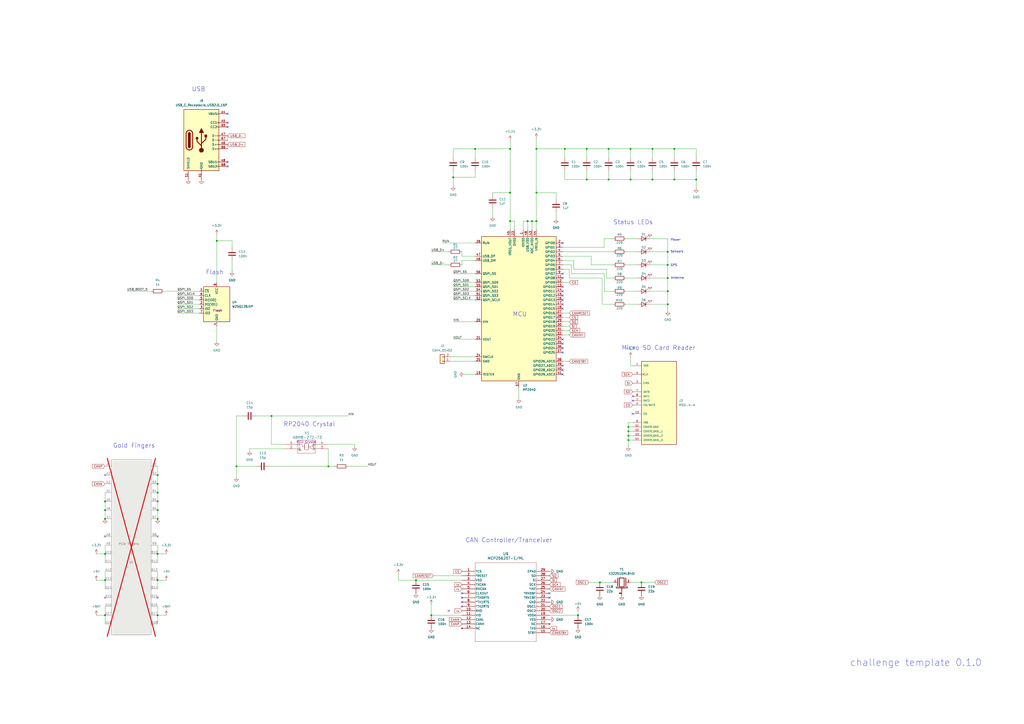
<source format=kicad_sch>
(kicad_sch (version 20250114) (generator "eeschema") (generator_version "9.0")
  (paper "A2")
  (lib_symbols
    (symbol "Connector:Bus_PCI_Express_x1" (pin_names (offset 0) (hide yes))
      (property "Reference" "J1" (at 4.826 -16.002 0))
      (property "info" "PCIe fingers" (at -1.524 -5.588 0))
      (symbol "Bus_PCI_Express_x1_1_1"
        (pin unspecified line (at -15.24 39.37 0) (length 3.81) (name "~{PRSNT1}") (number "A1"))
        (pin unspecified line (at -15.24 34.29 0) (length 3.81) (name "+12V") (number "A2"))
        (pin passive line (at -15.24 29.21 0) (length 3.81) (name "+12V") (number "A3"))
        (pin passive line (at -15.24 24.13 0) (length 3.81) (name "GND") (number "A4"))
        (pin input line (at -15.24 19.05 0) (length 3.81) (name "JTAG2") (number "A5"))
        (pin input line (at -15.24 13.97 0) (length 3.81) (name "JTAG3") (number "A6"))
        (pin output line (at -15.24 8.89 0) (length 3.81) (name "JTAG4") (number "A7"))
        (pin input line (at -15.24 -1.27 0) (length 3.81) (name "JTAG5") (number "A8"))
        (pin passive line (at -15.24 -6.35 0) (length 3.81) (name "+3.3V") (number "A9"))
        (pin passive line (at -15.24 -11.43 0) (length 3.81) (name "+3.3V") (number "A10"))
        (pin input line (at -15.24 -16.51 0) (length 3.81) (name "~{PERST}") (number "A11"))
        (pin passive line (at -15.24 -21.59 0) (length 3.81) (name "GND") (number "A12"))
        (pin input line (at -15.24 -26.67 0) (length 3.81) (name "REFCLK+") (number "A13"))
        (pin input line (at -15.24 -31.75 0) (length 3.81) (name "REFCLK-") (number "A14"))
        (pin passive line (at -15.24 -36.83 0) (length 3.81) (name "GND") (number "A15"))
        (pin output line (at -15.24 -41.91 0) (length 3.81) (name "PERp0") (number "A16"))
        (pin output line (at -15.24 -46.99 0) (length 3.81) (name "PERn0") (number "A17"))
        (pin passive line (at -15.24 -52.07 0) (length 3.81) (name "GND") (number "A18"))
        (pin power_in line (at 15.24 39.37 180) (length 3.81) (name "+12V") (number "B1"))
        (pin passive line (at 15.24 34.29 180) (length 3.81) (name "+12V") (number "B2"))
        (pin passive line (at 15.24 29.21 180) (length 3.81) (name "+12V") (number "B3"))
        (pin power_in line (at 15.24 24.13 180) (length 3.81) (name "GND") (number "B4"))
        (pin input line (at 15.24 19.05 180) (length 3.81) (name "SMCLK") (number "B5"))
        (pin bidirectional line (at 15.24 13.97 180) (length 3.81) (name "SMDAT") (number "B6"))
        (pin passive line (at 15.24 8.89 180) (length 3.81) (name "GND") (number "B7"))
        (pin power_in line (at 15.24 -1.27 180) (length 3.81) (name "+3.3V") (number "B8"))
        (pin input line (at 15.24 -6.35 180) (length 3.81) (name "JTAG1") (number "B9"))
        (pin power_in line (at 15.24 -11.43 180) (length 3.81) (name "3.3Vaux") (number "B10"))
        (pin open_collector line (at 15.24 -16.51 180) (length 3.81) (name "~{WAKE}") (number "B11"))
        (pin passive line (at 15.24 -21.59 180) (length 3.81) (name "RSVD") (number "B12"))
        (pin passive line (at 15.24 -26.67 180) (length 3.81) (name "GND") (number "B13"))
        (pin input line (at 15.24 -31.75 180) (length 3.81) (name "PETp0") (number "B14"))
        (pin input line (at 15.24 -36.83 180) (length 3.81) (name "PETn0") (number "B15"))
        (pin passive line (at 15.24 -41.91 180) (length 3.81) (name "GND") (number "B16"))
        (pin passive line (at 15.24 -46.99 180) (length 3.81) (name "~{PRSNT2}") (number "B17"))
        (pin passive line (at 15.24 -52.07 180) (length 3.81) (name "GND") (number "B18"))
      )
    )
    (symbol "Connector:USB_C_Receptacle_USB2.0_16P" (pin_names (offset 1.016))
      (property "Reference" "J" (at 0 22.225 0))
      (property "Value" "USB_C_Receptacle_USB2.0_16P" (at 0 19.685 0))
      (symbol "USB_C_Receptacle_USB2.0_16P_1_1"
        (pin passive line (at -7.62 -22.86 90) (length 5.08) (name "SHIELD") (number "S1"))
        (pin passive line (at 0 -22.86 90) (length 5.08) (name "GND") (number "A1"))
        (pin passive line (at 0 -22.86 90) (length 5.08) (hide yes) (name "GND") (number "A12"))
        (pin passive line (at 0 -22.86 90) (length 5.08) (hide yes) (name "GND") (number "B1"))
        (pin passive line (at 0 -22.86 90) (length 5.08) (hide yes) (name "GND") (number "B12"))
        (pin passive line (at 15.24 15.24 180) (length 5.08) (name "VBUS") (number "A4"))
        (pin passive line (at 15.24 15.24 180) (length 5.08) (hide yes) (name "VBUS") (number "A9"))
        (pin passive line (at 15.24 15.24 180) (length 5.08) (hide yes) (name "VBUS") (number "B4"))
        (pin passive line (at 15.24 15.24 180) (length 5.08) (hide yes) (name "VBUS") (number "B9"))
        (pin bidirectional line (at 15.24 10.16 180) (length 5.08) (name "CC1") (number "A5"))
        (pin bidirectional line (at 15.24 7.62 180) (length 5.08) (name "CC2") (number "B5"))
        (pin bidirectional line (at 15.24 2.54 180) (length 5.08) (name "D-") (number "A7"))
        (pin bidirectional line (at 15.24 0 180) (length 5.08) (name "D-") (number "B7"))
        (pin bidirectional line (at 15.24 -2.54 180) (length 5.08) (name "D+") (number "A6"))
        (pin bidirectional line (at 15.24 -5.08 180) (length 5.08) (name "D+") (number "B6"))
        (pin bidirectional line (at 15.24 -12.7 180) (length 5.08) (name "SBU1") (number "A8"))
        (pin bidirectional line (at 15.24 -15.24 180) (length 5.08) (name "SBU2") (number "B8"))
      )
    )
    (symbol "Connector_Generic:Conn_01x02" (pin_names (offset 1.016) (hide yes))
      (property "Reference" "J" (at 0 2.54 0))
      (property "Value" "Conn_01x02" (at 0 -5.08 0))
      (symbol "Conn_01x02_1_1"
        (pin passive line (at -5.08 0 0) (length 3.81) (name "Pin_1") (number "1"))
        (pin passive line (at -5.08 -2.54 0) (length 3.81) (name "Pin_2") (number "2"))
      )
    )
    (symbol "Device:C" (pin_numbers (hide yes)) (pin_names (offset 0.254))
      (property "Reference" "C" (at 0.635 2.54 0))
      (property "Value" "C" (at 0.635 -2.54 0))
      (symbol "C_1_1"
        (pin passive line (at 0 3.81 270) (length 2.794) (name "~") (number "1"))
        (pin passive line (at 0 -3.81 90) (length 2.794) (name "~") (number "2"))
      )
    )
    (symbol "Device:LED" (pin_numbers (hide yes)) (pin_names (offset 1.016) (hide yes))
      (property "Reference" "D" (at 0 2.54 0))
      (property "Value" "LED" (at 0 -2.54 0))
      (symbol "LED_1_1"
        (pin passive line (at -3.81 0 0) (length 2.54) (name "K") (number "1"))
        (pin passive line (at 3.81 0 180) (length 2.54) (name "A") (number "2"))
      )
    )
    (symbol "Device:R" (pin_numbers (hide yes)) (pin_names (offset 0))
      (property "Reference" "R" (at 2.032 0 90))
      (property "Value" "R" (at 0 0 90))
      (symbol "R_1_1"
        (pin passive line (at 0 3.81 270) (length 1.27) (name "~") (number "1"))
        (pin passive line (at 0 -3.81 90) (length 1.27) (name "~") (number "2"))
      )
    )
    (symbol "MCP25625:MCP25625T-E_ML" (pin_names (offset 0.254))
      (property "Reference" "U" (at 25.4 10.16 0))
      (property "Value" "MCP25625T-E/ML" (at 25.4 7.62 0))
      (symbol "MCP25625T-E_ML_0_1"
        (pin input line (at 0 0 0) (length 7.62) (name "*CS") (number "1"))
        (pin input line (at 0 -2.54 0) (length 7.62) (name "*RESET") (number "2"))
        (pin power_in line (at 0 -5.08 0) (length 7.62) (name "VDD") (number "3"))
        (pin output line (at 0 -7.62 0) (length 7.62) (name "TXCAN") (number "4"))
        (pin input line (at 0 -10.16 0) (length 7.62) (name "RXCAN") (number "5"))
        (pin output line (at 0 -12.7 0) (length 7.62) (name "CLKOUT") (number "6"))
        (pin input line (at 0 -15.24 0) (length 7.62) (name "*TX0RTS") (number "7"))
        (pin input line (at 0 -17.78 0) (length 7.62) (name "*TX1RTS") (number "8"))
        (pin input line (at 0 -20.32 0) (length 7.62) (name "*TX2RTS") (number "9"))
        (pin output line (at 0 -22.86 0) (length 7.62) (name "RXD") (number "10"))
        (pin power_in line (at 0 -25.4 0) (length 7.62) (name "VIO") (number "11"))
        (pin bidirectional line (at 0 -27.94 0) (length 7.62) (name "CANL") (number "12"))
        (pin bidirectional line (at 0 -30.48 0) (length 7.62) (name "CANH") (number "13"))
        (pin no_connect line (at 0 -33.02 0) (length 7.62) (name "NC") (number "14"))
        (pin unspecified line (at 50.8 0 180) (length 7.62) (name "EPAD") (number "29"))
        (pin output line (at 50.8 -2.54 180) (length 7.62) (name "SO") (number "28"))
        (pin input line (at 50.8 -5.08 180) (length 7.62) (name "SI") (number "27"))
        (pin input line (at 50.8 -7.62 180) (length 7.62) (name "SCK") (number "26"))
        (pin output line (at 50.8 -10.16 180) (length 7.62) (name "*INT") (number "25"))
        (pin output line (at 50.8 -12.7 180) (length 7.62) (name "*RX0BF") (number "24"))
        (pin output line (at 50.8 -15.24 180) (length 7.62) (name "*RX1BF") (number "23"))
        (pin power_in line (at 50.8 -17.78 180) (length 7.62) (name "GND") (number "22"))
        (pin input line (at 50.8 -20.32 180) (length 7.62) (name "OSC1") (number "21"))
        (pin output line (at 50.8 -22.86 180) (length 7.62) (name "OSC2") (number "20"))
        (pin power_in line (at 50.8 -25.4 180) (length 7.62) (name "VDDA") (number "19"))
        (pin power_in line (at 50.8 -27.94 180) (length 7.62) (name "VSS") (number "18"))
        (pin no_connect line (at 50.8 -30.48 180) (length 7.62) (name "NC") (number "17"))
        (pin input line (at 50.8 -33.02 180) (length 7.62) (name "TXD") (number "16"))
        (pin input line (at 50.8 -35.56 180) (length 7.62) (name "STBY") (number "15"))
      )
    )
    (symbol "MCU_RaspberryPi:RP2040"
      (property "Reference" "U" (at 17.78 45.72 0))
      (property "Value" "RP2040" (at 17.78 43.18 0))
      (symbol "RP2040_1_1"
        (pin input line (at -25.4 38.1 0) (length 3.81) (name "RUN") (number "26"))
        (pin bidirectional line (at -25.4 30.48 0) (length 3.81) (name "USB_DP") (number "47"))
        (pin bidirectional line (at -25.4 27.94 0) (length 3.81) (name "USB_DM") (number "46"))
        (pin bidirectional line (at -25.4 20.32 0) (length 3.81) (name "QSPI_SS") (number "56"))
        (pin bidirectional line (at -25.4 15.24 0) (length 3.81) (name "QSPI_SD0") (number "53"))
        (pin bidirectional line (at -25.4 12.7 0) (length 3.81) (name "QSPI_SD1") (number "55"))
        (pin bidirectional line (at -25.4 10.16 0) (length 3.81) (name "QSPI_SD2") (number "54"))
        (pin bidirectional line (at -25.4 7.62 0) (length 3.81) (name "QSPI_SD3") (number "51"))
        (pin output line (at -25.4 5.08 0) (length 3.81) (name "QSPI_SCLK") (number "52"))
        (pin input line (at -25.4 -7.62 0) (length 3.81) (name "XIN") (number "20"))
        (pin passive line (at -25.4 -17.78 0) (length 3.81) (name "XOUT") (number "21"))
        (pin input line (at -25.4 -27.94 0) (length 3.81) (name "SWCLK") (number "24"))
        (pin bidirectional line (at -25.4 -30.48 0) (length 3.81) (name "SWD") (number "25"))
        (pin input line (at -25.4 -38.1 0) (length 3.81) (name "TESTEN") (number "19"))
        (pin power_out line (at -5.08 45.72 270) (length 3.81) (name "VREG_VOUT") (number "45"))
        (pin power_in line (at -2.54 45.72 270) (length 3.81) (name "DVDD") (number "23"))
        (pin passive line (at -2.54 45.72 270) (length 3.81) (hide yes) (name "DVDD") (number "50"))
        (pin power_in line (at 0 -45.72 90) (length 3.81) (name "GND") (number "57"))
        (pin power_in line (at 2.54 45.72 270) (length 3.81) (name "IOVDD") (number "1"))
        (pin passive line (at 2.54 45.72 270) (length 3.81) (hide yes) (name "IOVDD") (number "10"))
        (pin passive line (at 2.54 45.72 270) (length 3.81) (hide yes) (name "IOVDD") (number "22"))
        (pin passive line (at 2.54 45.72 270) (length 3.81) (hide yes) (name "IOVDD") (number "33"))
        (pin passive line (at 2.54 45.72 270) (length 3.81) (hide yes) (name "IOVDD") (number "42"))
        (pin passive line (at 2.54 45.72 270) (length 3.81) (hide yes) (name "IOVDD") (number "49"))
        (pin power_in line (at 5.08 45.72 270) (length 3.81) (name "USB_VDD") (number "48"))
        (pin power_in line (at 7.62 45.72 270) (length 3.81) (name "ADC_AVDD") (number "43"))
        (pin power_in line (at 10.16 45.72 270) (length 3.81) (name "VREG_IN") (number "44"))
        (pin bidirectional line (at 25.4 38.1 180) (length 3.81) (name "GPIO0") (number "2"))
        (pin bidirectional line (at 25.4 35.56 180) (length 3.81) (name "GPIO1") (number "3"))
        (pin bidirectional line (at 25.4 33.02 180) (length 3.81) (name "GPIO2") (number "4"))
        (pin bidirectional line (at 25.4 30.48 180) (length 3.81) (name "GPIO3") (number "5"))
        (pin bidirectional line (at 25.4 27.94 180) (length 3.81) (name "GPIO4") (number "6"))
        (pin bidirectional line (at 25.4 25.4 180) (length 3.81) (name "GPIO5") (number "7"))
        (pin bidirectional line (at 25.4 22.86 180) (length 3.81) (name "GPIO6") (number "8"))
        (pin bidirectional line (at 25.4 20.32 180) (length 3.81) (name "GPIO7") (number "9"))
        (pin bidirectional line (at 25.4 17.78 180) (length 3.81) (name "GPIO8") (number "11"))
        (pin bidirectional line (at 25.4 15.24 180) (length 3.81) (name "GPIO9") (number "12"))
        (pin bidirectional line (at 25.4 12.7 180) (length 3.81) (name "GPIO10") (number "13"))
        (pin bidirectional line (at 25.4 10.16 180) (length 3.81) (name "GPIO11") (number "14"))
        (pin bidirectional line (at 25.4 7.62 180) (length 3.81) (name "GPIO12") (number "15"))
        (pin bidirectional line (at 25.4 5.08 180) (length 3.81) (name "GPIO13") (number "16"))
        (pin bidirectional line (at 25.4 2.54 180) (length 3.81) (name "GPIO14") (number "17"))
        (pin bidirectional line (at 25.4 0 180) (length 3.81) (name "GPIO15") (number "18"))
        (pin bidirectional line (at 25.4 -2.54 180) (length 3.81) (name "GPIO16") (number "27"))
        (pin bidirectional line (at 25.4 -5.08 180) (length 3.81) (name "GPIO17") (number "28"))
        (pin bidirectional line (at 25.4 -7.62 180) (length 3.81) (name "GPIO18") (number "29"))
        (pin bidirectional line (at 25.4 -10.16 180) (length 3.81) (name "GPIO19") (number "30"))
        (pin bidirectional line (at 25.4 -12.7 180) (length 3.81) (name "GPIO20") (number "31"))
        (pin bidirectional line (at 25.4 -15.24 180) (length 3.81) (name "GPIO21") (number "32"))
        (pin bidirectional line (at 25.4 -17.78 180) (length 3.81) (name "GPIO22") (number "34"))
        (pin bidirectional line (at 25.4 -20.32 180) (length 3.81) (name "GPIO23") (number "35"))
        (pin bidirectional line (at 25.4 -22.86 180) (length 3.81) (name "GPIO24") (number "36"))
        (pin bidirectional line (at 25.4 -25.4 180) (length 3.81) (name "GPIO25") (number "37"))
        (pin bidirectional line (at 25.4 -30.48 180) (length 3.81) (name "GPIO26_ADC0") (number "38"))
        (pin bidirectional line (at 25.4 -33.02 180) (length 3.81) (name "GPIO27_ADC1") (number "39"))
        (pin bidirectional line (at 25.4 -35.56 180) (length 3.81) (name "GPIO28_ADC2") (number "40"))
        (pin bidirectional line (at 25.4 -38.1 180) (length 3.81) (name "GPIO29_ADC3") (number "41"))
      )
    )
    (symbol "MSD-4-A:MSD-4-A" (pin_names (offset 1.016))
      (property "Reference" "J" (at -10.16 21.082 0))
      (property "Value" "MSD-4-A" (at -10.16 -30.48 0))
      (symbol "MSD-4-A_0_0"
        (pin power_in line (at -15.24 17.78 0) (length 5.08) (name "VDD") (number "4"))
        (pin input clock (at -15.24 12.7 0) (length 5.08) (name "CLK") (number "5"))
        (pin bidirectional line (at -15.24 7.62 0) (length 5.08) (name "CMD") (number "3"))
        (pin bidirectional line (at -15.24 2.54 0) (length 5.08) (name "DAT0") (number "7"))
        (pin bidirectional line (at -15.24 0 0) (length 5.08) (name "DAT1") (number "8"))
        (pin bidirectional line (at -15.24 -2.54 0) (length 5.08) (name "DAT2") (number "1"))
        (pin bidirectional line (at -15.24 -5.08 0) (length 5.08) (name "CD/DAT3") (number "2"))
        (pin passive line (at -15.24 -10.16 0) (length 5.08) (name "CD") (number "CD"))
        (pin power_in line (at -15.24 -15.24 0) (length 5.08) (name "VSS") (number "6"))
        (pin power_in line (at -15.24 -17.78 0) (length 5.08) (name "COVER_GND") (number "G1"))
        (pin power_in line (at -15.24 -20.32 0) (length 5.08) (name "COVER_GND__1") (number "G2"))
        (pin power_in line (at -15.24 -22.86 0) (length 5.08) (name "COVER_GND__2") (number "G3"))
        (pin power_in line (at -15.24 -25.4 0) (length 5.08) (name "COVER_GND__3") (number "G4"))
      )
    )
    (symbol "Memory_Flash:W25Q128JVP"
      (property "Reference" "U" (at -6.35 11.43 0))
      (property "Value" "W25Q128JVP" (at 7.62 11.43 0))
      (symbol "W25Q128JVP_1_1"
        (pin input line (at -10.16 7.62 0) (length 2.54) (name "~{CS}") (number "1"))
        (pin input line (at -10.16 5.08 0) (length 2.54) (name "CLK") (number "6"))
        (pin bidirectional line (at -10.16 2.54 0) (length 2.54) (name "DI(IO0)") (number "5"))
        (pin bidirectional line (at -10.16 0 0) (length 2.54) (name "DO(IO1)") (number "2"))
        (pin bidirectional line (at -10.16 -2.54 0) (length 2.54) (name "IO2") (number "3"))
        (pin bidirectional line (at -10.16 -5.08 0) (length 2.54) (name "IO3") (number "7"))
        (pin power_in line (at 0 12.7 270) (length 2.54) (name "VCC") (number "8"))
        (pin power_in line (at 0 -12.7 90) (length 2.54) (name "GND") (number "4"))
      )
    )
    (symbol "X322516MLB4SI:X322516MLB4SI" (pin_names (offset 1.016))
      (property "Reference" "Y" (at -5.08 6.35 0))
      (property "Value" "X322516MLB4SI" (at -5.08 3.81 0))
      (symbol "X322516MLB4SI_0_0"
        (pin passive line (at -5.08 0 0) (length 2.54) (name "~") (number "1"))
        (pin power_in line (at 0 -7.62 90) (length 2.54) (name "~") (number "2"))
        (pin power_in line (at 0 -7.62 90) (length 2.54) (name "~") (number "4"))
        (pin passive line (at 5.08 0 180) (length 2.54) (name "~") (number "3"))
      )
    )
    (symbol "crystal:ABM8-272-T3" (pin_names (offset 0.254))
      (property "Reference" "X" (at 12.7 7.62 0))
      (property "Value" "ABM8-272-T3" (at 12.7 5.08 0))
      (symbol "ABM8-272-T3_0_1"
        (pin unspecified line (at 0 0 0) (length 7.62) (name "1") (number "1"))
        (pin unspecified line (at 0 -2.54 0) (length 7.62) (name "2") (number "2"))
        (pin unspecified line (at 25.4 0 180) (length 7.62) (name "4") (number "4"))
        (pin unspecified line (at 25.4 -2.54 180) (length 7.62) (name "3") (number "3"))
      )
    )
    (symbol "power:+3.3V" (power) (pin_numbers (hide yes)) (pin_names (offset 0) (hide yes))
      (property "Value" "+3.3V" (at 0 3.556 0))
      (symbol "+3.3V_1_1"
        (pin power_in line (at 0 0 90) (length 0) (name "~") (number "1"))
      )
    )
    (symbol "power:GND" (power) (pin_numbers (hide yes)) (pin_names (offset 0) (hide yes))
      (property "Value" "GND" (at 0 -3.81 0))
      (symbol "GND_1_1"
        (pin power_in line (at 0 0 270) (length 0) (name "~") (number "1"))
      )
    )
    (symbol "power:VAA" (power) (pin_numbers (hide yes)) (pin_names (offset 0) (hide yes))
      (property "Value" "VAA" (at 0 3.556 0))
      (symbol "VAA_1_1"
        (pin power_in line (at 0 0 90) (length 0) (name "~") (number "1"))
      )
    )
    (symbol "power:VCC" (power) (pin_numbers (hide yes)) (pin_names (offset 0) (hide yes))
      (property "Value" "VCC" (at 0 3.556 0))
      (symbol "VCC_1_1"
        (pin power_in line (at 0 0 90) (length 0) (name "~") (number "1"))
      )
    )
  )
  (text "Antenna" (at 392.938 161.29 0) (effects (font (size 1.27 1.27))))
  (text "RP2040 Crystal" (at 164.465 247.65 0) (effects (font (size 2.54 2.54)) (justify left bottom)))
  (text "USB" (at 111.252 53.34 0) (effects (font (size 2.54 2.54)) (justify left bottom)))
  (text "Micro SD Card Reader" (at 382.016 201.93 0) (effects (font (size 2.54 2.54))))
  (text "MCU\n" (at 297.434 183.896 0) (effects (font (size 2.54 2.54)) (justify left bottom)))
  (text "Sensors" (at 392.684 146.05 0) (effects (font (size 1.27 1.27))))
  (text "Status LEDs" (at 367.284 129.032 0) (effects (font (size 2.54 2.54))))
  (text "challenge template 0.1.0" (at 493.014 386.842 0) (effects (font (size 4 4)) (justify left bottom)))
  (text "Gold Fingers" (at 65.532 260.096 0) (effects (font (size 2.54 2.54)) (justify left bottom)))
  (text "GPS" (at 390.906 153.924 0) (effects (font (size 1.27 1.27))))
  (text "Power" (at 391.922 139.192 0) (effects (font (size 1.27 1.27))))
  (text "CAN Controller/Tranceiver" (at 270.002 314.96 0) (effects (font (size 2.54 2.54)) (justify left bottom)))
  (text "Flash" (at 119.38 159.512 0) (effects (font (size 2.54 2.54)) (justify left bottom)))
  (junction (at 378.46 104.14))
  (junction (at 91.44 356.87))
  (junction (at 372.11 337.82))
  (junction (at 364.49 255.27))
  (junction (at 353.06 86.36))
  (junction (at 340.36 86.36))
  (junction (at 91.44 295.91))
  (junction (at 125.73 139.7))
  (junction (at 137.16 270.51))
  (junction (at 91.44 285.75))
  (junction (at 60.96 321.31))
  (junction (at 403.86 104.14))
  (junction (at 308.61 128.27))
  (junction (at 91.44 280.67))
  (junction (at 387.35 168.91))
  (junction (at 60.96 295.91))
  (junction (at 391.16 86.36))
  (junction (at 91.44 300.99))
  (junction (at 241.3 336.55))
  (junction (at 387.35 176.53))
  (junction (at 365.76 104.14))
  (junction (at 91.44 290.83))
  (junction (at 378.46 86.36))
  (junction (at 311.15 128.27))
  (junction (at 60.96 300.99))
  (junction (at 295.91 86.36))
  (junction (at 387.35 161.29))
  (junction (at 91.44 275.59))
  (junction (at 364.49 252.73))
  (junction (at 353.06 104.14))
  (junction (at 60.96 356.87))
  (junction (at 365.76 86.36))
  (junction (at 91.44 336.55))
  (junction (at 311.15 86.36))
  (junction (at 387.35 146.05))
  (junction (at 387.35 153.67))
  (junction (at 335.28 356.87))
  (junction (at 262.89 102.87))
  (junction (at 306.07 128.27))
  (junction (at 364.49 250.19))
  (junction (at 295.91 128.27))
  (junction (at 60.96 290.83))
  (junction (at 157.48 241.3))
  (junction (at 295.91 111.76))
  (junction (at 311.15 111.76))
  (junction (at 91.44 321.31))
  (junction (at 250.19 356.87))
  (junction (at 340.36 104.14))
  (junction (at 327.66 86.36))
  (junction (at 347.98 337.82))
  (junction (at 391.16 104.14))
  (junction (at 364.49 247.65))
  (junction (at 190.5 270.51))
  (junction (at 60.96 336.55))
  (junction (at 275.59 86.36))
  (no_connect (at 267.97 349.25))
  (no_connect (at 91.44 346.71))
  (no_connect (at 132.08 96.52))
  (no_connect (at 132.08 71.12))
  (no_connect (at 132.08 93.98))
  (no_connect (at 367.03 240.03))
  (no_connect (at 91.44 311.15))
  (no_connect (at 326.39 196.85))
  (no_connect (at 367.03 229.87))
  (no_connect (at 60.96 346.71))
  (no_connect (at 326.39 173.99))
  (no_connect (at 326.39 212.09))
  (no_connect (at 326.39 140.97))
  (no_connect (at 326.39 168.91))
  (no_connect (at 260.35 354.33))
  (no_connect (at 326.39 171.45))
  (no_connect (at 326.39 201.93))
  (no_connect (at 318.77 344.17))
  (no_connect (at 326.39 176.53))
  (no_connect (at 267.97 344.17))
  (no_connect (at 326.39 161.29))
  (no_connect (at 326.39 217.17))
  (no_connect (at 326.39 204.47))
  (no_connect (at 367.03 232.41))
  (no_connect (at 326.39 179.07))
  (no_connect (at 326.39 214.63))
  (no_connect (at 326.39 158.75))
  (no_connect (at 326.39 199.39))
  (no_connect (at 132.08 73.66))
  (no_connect (at 60.96 275.59))
  (no_connect (at 326.39 166.37))
  (no_connect (at 132.08 66.04))
  (no_connect (at 60.96 311.15))
  (no_connect (at 267.97 351.79))
  (no_connect (at 267.97 346.71))
  (no_connect (at 318.77 346.71))
  (wire (pts (xy 102.87 171.45) (xy 115.57 171.45)))
  (wire (pts (xy 364.49 245.11) (xy 364.49 247.65)))
  (wire (pts (xy 262.89 171.45) (xy 275.59 171.45)))
  (wire (pts (xy 102.87 176.53) (xy 115.57 176.53)))
  (wire (pts (xy 311.15 86.36) (xy 311.15 111.76)))
  (wire (pts (xy 326.39 189.23) (xy 330.2 189.23)))
  (wire (pts (xy 201.93 241.3) (xy 157.48 241.3)))
  (wire (pts (xy 322.58 111.76) (xy 311.15 111.76)))
  (wire (pts (xy 91.44 290.83) (xy 91.44 295.91)))
  (wire (pts (xy 125.73 139.7) (xy 134.62 139.7)))
  (wire (pts (xy 403.86 99.06) (xy 403.86 104.14)))
  (wire (pts (xy 60.96 285.75) (xy 60.96 290.83)))
  (wire (pts (xy 137.16 241.3) (xy 137.16 270.51)))
  (wire (pts (xy 311.15 86.36) (xy 327.66 86.36)))
  (wire (pts (xy 91.44 321.31) (xy 91.44 326.39)))
  (wire (pts (xy 295.91 86.36) (xy 295.91 111.76)))
  (wire (pts (xy 256.54 140.97) (xy 275.59 140.97)))
  (wire (pts (xy 364.49 250.19) (xy 367.03 250.19)))
  (wire (pts (xy 250.19 153.67) (xy 260.35 153.67)))
  (wire (pts (xy 250.19 146.05) (xy 260.35 146.05)))
  (wire (pts (xy 91.44 295.91) (xy 91.44 300.99)))
  (wire (pts (xy 365.76 86.36) (xy 378.46 86.36)))
  (wire (pts (xy 387.35 138.43) (xy 387.35 146.05)))
  (wire (pts (xy 262.89 91.44) (xy 262.89 86.36)))
  (wire (pts (xy 125.73 135.89) (xy 125.73 139.7)))
  (wire (pts (xy 363.22 176.53) (xy 369.57 176.53)))
  (wire (pts (xy 148.59 241.3) (xy 157.48 241.3)))
  (wire (pts (xy 262.89 166.37) (xy 275.59 166.37)))
  (wire (pts (xy 387.35 168.91) (xy 387.35 176.53)))
  (wire (pts (xy 342.9 148.59) (xy 326.39 148.59)))
  (wire (pts (xy 55.88 356.87) (xy 60.96 356.87)))
  (wire (pts (xy 140.97 241.3) (xy 137.16 241.3)))
  (wire (pts (xy 350.52 158.75) (xy 350.52 168.91)))
  (wire (pts (xy 295.91 128.27) (xy 298.45 128.27)))
  (wire (pts (xy 364.49 250.19) (xy 364.49 252.73)))
  (wire (pts (xy 326.39 156.21) (xy 330.2 156.21)))
  (wire (pts (xy 275.59 102.87) (xy 262.89 102.87)))
  (wire (pts (xy 387.35 176.53) (xy 387.35 180.34)))
  (wire (pts (xy 262.89 158.75) (xy 275.59 158.75)))
  (wire (pts (xy 201.93 270.51) (xy 213.36 270.51)))
  (wire (pts (xy 134.62 151.13) (xy 134.62 157.48)))
  (wire (pts (xy 311.15 80.01) (xy 311.15 86.36)))
  (wire (pts (xy 364.49 255.27) (xy 367.03 255.27)))
  (wire (pts (xy 125.73 189.23) (xy 125.73 198.12)))
  (wire (pts (xy 326.39 146.05) (xy 355.6 146.05)))
  (wire (pts (xy 262.89 102.87) (xy 262.89 107.95)))
  (wire (pts (xy 190.5 257.81) (xy 205.74 257.81)))
  (wire (pts (xy 363.22 153.67) (xy 369.57 153.67)))
  (wire (pts (xy 275.59 86.36) (xy 295.91 86.36)))
  (wire (pts (xy 144.78 260.35) (xy 165.1 260.35)))
  (wire (pts (xy 60.96 356.87) (xy 60.96 351.79)))
  (wire (pts (xy 363.22 168.91) (xy 369.57 168.91)))
  (wire (pts (xy 351.79 161.29) (xy 355.6 161.29)))
  (wire (pts (xy 363.22 161.29) (xy 369.57 161.29)))
  (wire (pts (xy 327.66 86.36) (xy 327.66 91.44)))
  (wire (pts (xy 350.52 138.43) (xy 355.6 138.43)))
  (wire (pts (xy 378.46 86.36) (xy 378.46 91.44)))
  (wire (pts (xy 267.97 148.59) (xy 275.59 148.59)))
  (wire (pts (xy 331.47 158.75) (xy 331.47 153.67)))
  (wire (pts (xy 132.08 81.28) (xy 132.08 78.74)))
  (wire (pts (xy 91.44 336.55) (xy 91.44 331.47)))
  (wire (pts (xy 60.96 321.31) (xy 60.96 316.23)))
  (wire (pts (xy 327.66 104.14) (xy 340.36 104.14)))
  (wire (pts (xy 134.62 139.7) (xy 134.62 143.51)))
  (wire (pts (xy 363.22 146.05) (xy 369.57 146.05)))
  (wire (pts (xy 387.35 176.53) (xy 377.19 176.53)))
  (wire (pts (xy 335.28 354.33) (xy 335.28 356.87)))
  (wire (pts (xy 306.07 128.27) (xy 308.61 128.27)))
  (wire (pts (xy 391.16 104.14) (xy 391.16 99.06)))
  (wire (pts (xy 330.2 161.29) (xy 330.2 156.21)))
  (wire (pts (xy 311.15 111.76) (xy 311.15 128.27)))
  (wire (pts (xy 364.49 252.73) (xy 364.49 255.27)))
  (wire (pts (xy 73.66 168.91) (xy 87.63 168.91)))
  (wire (pts (xy 285.75 120.65) (xy 285.75 125.73)))
  (wire (pts (xy 102.87 179.07) (xy 115.57 179.07)))
  (wire (pts (xy 377.19 138.43) (xy 387.35 138.43)))
  (wire (pts (xy 231.14 332.74) (xy 231.14 336.55)))
  (wire (pts (xy 137.16 270.51) (xy 137.16 276.86)))
  (wire (pts (xy 350.52 158.75) (xy 331.47 158.75)))
  (wire (pts (xy 96.52 356.87) (xy 91.44 356.87)))
  (wire (pts (xy 351.79 156.21) (xy 332.74 156.21)))
  (wire (pts (xy 295.91 111.76) (xy 295.91 128.27)))
  (wire (pts (xy 322.58 115.57) (xy 322.58 111.76)))
  (wire (pts (xy 91.44 280.67) (xy 91.44 285.75)))
  (wire (pts (xy 364.49 255.27) (xy 364.49 259.08)))
  (wire (pts (xy 91.44 321.31) (xy 91.44 316.23)))
  (wire (pts (xy 326.39 186.69) (xy 330.2 186.69)))
  (wire (pts (xy 322.58 123.19) (xy 322.58 127)))
  (wire (pts (xy 157.48 241.3) (xy 157.48 257.81)))
  (wire (pts (xy 326.39 163.83) (xy 330.2 163.83)))
  (wire (pts (xy 387.35 161.29) (xy 387.35 168.91)))
  (wire (pts (xy 60.96 356.87) (xy 60.96 361.95)))
  (wire (pts (xy 60.96 295.91) (xy 60.96 300.99)))
  (wire (pts (xy 91.44 356.87) (xy 91.44 351.79)))
  (wire (pts (xy 267.97 151.13) (xy 275.59 151.13)))
  (wire (pts (xy 60.96 321.31) (xy 60.96 326.39)))
  (wire (pts (xy 403.86 104.14) (xy 403.86 109.22)))
  (wire (pts (xy 262.89 99.06) (xy 262.89 102.87)))
  (wire (pts (xy 311.15 128.27) (xy 311.15 133.35)))
  (wire (pts (xy 364.49 247.65) (xy 367.03 247.65)))
  (wire (pts (xy 55.88 336.55) (xy 60.96 336.55)))
  (wire (pts (xy 157.48 257.81) (xy 165.1 257.81)))
  (wire (pts (xy 125.73 139.7) (xy 125.73 163.83)))
  (wire (pts (xy 387.35 153.67) (xy 387.35 161.29)))
  (wire (pts (xy 190.5 270.51) (xy 194.31 270.51)))
  (wire (pts (xy 353.06 104.14) (xy 353.06 99.06)))
  (wire (pts (xy 326.39 209.55) (xy 330.2 209.55)))
  (wire (pts (xy 295.91 81.28) (xy 295.91 86.36)))
  (wire (pts (xy 340.36 86.36) (xy 340.36 91.44)))
  (wire (pts (xy 95.25 168.91) (xy 115.57 168.91)))
  (wire (pts (xy 91.44 285.75) (xy 91.44 290.83)))
  (wire (pts (xy 55.88 321.31) (xy 60.96 321.31)))
  (wire (pts (xy 391.16 104.14) (xy 403.86 104.14)))
  (wire (pts (xy 300.99 224.79) (xy 300.99 231.14)))
  (wire (pts (xy 308.61 128.27) (xy 311.15 128.27)))
  (wire (pts (xy 364.49 247.65) (xy 364.49 250.19)))
  (wire (pts (xy 285.75 111.76) (xy 295.91 111.76)))
  (wire (pts (xy 275.59 217.17) (xy 269.24 217.17)))
  (wire (pts (xy 96.52 321.31) (xy 91.44 321.31)))
  (wire (pts (xy 327.66 86.36) (xy 340.36 86.36)))
  (wire (pts (xy 250.19 350.52) (xy 250.19 356.87)))
  (wire (pts (xy 377.19 146.05) (xy 387.35 146.05)))
  (wire (pts (xy 298.45 133.35) (xy 298.45 128.27)))
  (wire (pts (xy 326.39 191.77) (xy 330.2 191.77)))
  (wire (pts (xy 261.62 209.55) (xy 275.59 209.55)))
  (wire (pts (xy 251.46 334.01) (xy 267.97 334.01)))
  (wire (pts (xy 377.19 161.29) (xy 387.35 161.29)))
  (wire (pts (xy 137.16 270.51) (xy 148.59 270.51)))
  (wire (pts (xy 318.77 356.87) (xy 335.28 356.87)))
  (wire (pts (xy 250.19 356.87) (xy 267.97 356.87)))
  (wire (pts (xy 355.6 153.67) (xy 342.9 153.67)))
  (wire (pts (xy 326.39 143.51) (xy 350.52 143.51)))
  (wire (pts (xy 60.96 336.55) (xy 60.96 341.63)))
  (wire (pts (xy 378.46 86.36) (xy 391.16 86.36)))
  (wire (pts (xy 365.76 337.82) (xy 372.11 337.82)))
  (wire (pts (xy 241.3 336.55) (xy 231.14 336.55)))
  (wire (pts (xy 91.44 356.87) (xy 91.44 361.95)))
  (wire (pts (xy 267.97 146.05) (xy 267.97 148.59)))
  (wire (pts (xy 350.52 143.51) (xy 350.52 138.43)))
  (wire (pts (xy 205.74 257.81) (xy 205.74 259.08)))
  (wire (pts (xy 364.49 252.73) (xy 367.03 252.73)))
  (wire (pts (xy 327.66 99.06) (xy 327.66 104.14)))
  (wire (pts (xy 132.08 83.82) (xy 132.08 86.36)))
  (wire (pts (xy 349.25 161.29) (xy 349.25 176.53)))
  (wire (pts (xy 340.36 104.14) (xy 340.36 99.06)))
  (wire (pts (xy 387.35 146.05) (xy 387.35 153.67)))
  (wire (pts (xy 365.76 212.09) (xy 365.76 207.01)))
  (wire (pts (xy 262.89 173.99) (xy 275.59 173.99)))
  (wire (pts (xy 295.91 128.27) (xy 295.91 133.35)))
  (wire (pts (xy 156.21 270.51) (xy 190.5 270.51)))
  (wire (pts (xy 306.07 128.27) (xy 303.53 128.27)))
  (wire (pts (xy 60.96 290.83) (xy 60.96 295.91)))
  (wire (pts (xy 144.78 261.62) (xy 144.78 260.35)))
  (wire (pts (xy 267.97 336.55) (xy 241.3 336.55)))
  (wire (pts (xy 378.46 104.14) (xy 391.16 104.14)))
  (wire (pts (xy 275.59 99.06) (xy 275.59 102.87)))
  (wire (pts (xy 96.52 336.55) (xy 91.44 336.55)))
  (wire (pts (xy 262.89 186.69) (xy 275.59 186.69)))
  (wire (pts (xy 275.59 86.36) (xy 275.59 91.44)))
  (wire (pts (xy 369.57 138.43) (xy 363.22 138.43)))
  (wire (pts (xy 332.74 156.21) (xy 332.74 151.13)))
  (wire (pts (xy 102.87 173.99) (xy 115.57 173.99)))
  (wire (pts (xy 332.74 151.13) (xy 326.39 151.13)))
  (wire (pts (xy 285.75 113.03) (xy 285.75 111.76)))
  (wire (pts (xy 365.76 104.14) (xy 378.46 104.14)))
  (wire (pts (xy 403.86 86.36) (xy 403.86 91.44)))
  (wire (pts (xy 349.25 161.29) (xy 330.2 161.29)))
  (wire (pts (xy 262.89 86.36) (xy 275.59 86.36)))
  (wire (pts (xy 261.62 207.01) (xy 275.59 207.01)))
  (wire (pts (xy 262.89 196.85) (xy 275.59 196.85)))
  (wire (pts (xy 91.44 270.51) (xy 91.44 275.59)))
  (wire (pts (xy 372.11 337.82) (xy 379.73 337.82)))
  (wire (pts (xy 102.87 181.61) (xy 115.57 181.61)))
  (wire (pts (xy 353.06 86.36) (xy 365.76 86.36)))
  (wire (pts (xy 377.19 153.67) (xy 387.35 153.67)))
  (wire (pts (xy 349.25 176.53) (xy 355.6 176.53)))
  (wire (pts (xy 378.46 104.14) (xy 378.46 99.06)))
  (wire (pts (xy 365.76 104.14) (xy 365.76 99.06)))
  (wire (pts (xy 351.79 156.21) (xy 351.79 161.29)))
  (wire (pts (xy 391.16 86.36) (xy 391.16 91.44)))
  (wire (pts (xy 267.97 153.67) (xy 267.97 151.13)))
  (wire (pts (xy 303.53 128.27) (xy 303.53 133.35)))
  (wire (pts (xy 308.61 133.35) (xy 308.61 128.27)))
  (wire (pts (xy 326.39 184.15) (xy 330.2 184.15)))
  (wire (pts (xy 341.63 337.82) (xy 347.98 337.82)))
  (wire (pts (xy 60.96 336.55) (xy 60.96 331.47)))
  (wire (pts (xy 350.52 168.91) (xy 355.6 168.91)))
  (wire (pts (xy 340.36 86.36) (xy 353.06 86.36)))
  (wire (pts (xy 353.06 104.14) (xy 365.76 104.14)))
  (wire (pts (xy 367.03 245.11) (xy 364.49 245.11)))
  (wire (pts (xy 262.89 168.91) (xy 275.59 168.91)))
  (wire (pts (xy 91.44 336.55) (xy 91.44 341.63)))
  (wire (pts (xy 340.36 104.14) (xy 353.06 104.14)))
  (wire (pts (xy 367.03 212.09) (xy 365.76 212.09)))
  (wire (pts (xy 353.06 86.36) (xy 353.06 91.44)))
  (wire (pts (xy 91.44 275.59) (xy 91.44 280.67)))
  (wire (pts (xy 365.76 86.36) (xy 365.76 91.44)))
  (wire (pts (xy 391.16 86.36) (xy 403.86 86.36)))
  (wire (pts (xy 326.39 181.61) (xy 330.2 181.61)))
  (wire (pts (xy 262.89 163.83) (xy 275.59 163.83)))
  (wire (pts (xy 342.9 153.67) (xy 342.9 148.59)))
  (wire (pts (xy 306.07 128.27) (xy 306.07 133.35)))
  (wire (pts (xy 347.98 337.82) (xy 355.6 337.82)))
  (wire (pts (xy 190.5 260.35) (xy 190.5 270.51)))
  (wire (pts (xy 326.39 194.31) (xy 330.2 194.31)))
  (wire (pts (xy 331.47 153.67) (xy 326.39 153.67)))
  (wire (pts (xy 377.19 168.91) (xy 387.35 168.91)))
  (label "QSPI_SCLK" (at 102.87 171.45 0))
  (label "RUN" (at 256.54 140.97 0))
  (label "USB_BOOT_S" (at 73.66 168.91 0))
  (label "QSPI_SS" (at 262.89 158.75 0))
  (label "QSPI_SD0" (at 262.89 163.83 0))
  (label "USB_D-" (at 250.19 153.67 0))
  (label "QSPI_SD1" (at 102.87 176.53 0))
  (label "QSPI_SD1" (at 262.89 166.37 0))
  (label "QSPI_SD3" (at 102.87 181.61 0))
  (label "QSPI_SD2" (at 102.87 179.07 0))
  (label "QSPI_SD2" (at 262.89 168.91 0))
  (label "QSPI_SCLK" (at 262.89 173.99 0))
  (label "QSPI_SD3" (at 262.89 171.45 0))
  (label "USB_D+" (at 250.19 146.05 0))
  (label "QSPI_SS" (at 102.87 168.91 0))
  (label "QSPI_SD0" (at 102.87 173.99 0))
  (label "XIN" (at 262.89 186.69 0))
  (label "XOUT" (at 213.36 270.51 0))
  (label "XIN" (at 201.93 241.3 0))
  (label "XOUT" (at 262.89 196.85 0))
  (global_label "OSC1" (shape input) (at 341.63 337.82 180) (property "Intersheetrefs" "${INTERSHEET_REFS}" (effects (hide yes))))
  (global_label "SO" (shape input) (at 367.03 227.33 180) (property "Intersheetrefs" "${INTERSHEET_REFS}" (effects (hide yes))))
  (global_label "tx" (shape input) (at 267.97 339.09 180) (property "Intersheetrefs" "${INTERSHEET_REFS}" (effects (hide yes))))
  (global_label "tx" (shape input) (at 318.77 364.49 0) (property "Intersheetrefs" "${INTERSHEET_REFS}" (effects (hide yes))))
  (global_label "OSC2" (shape input) (at 318.77 354.33 0) (property "Intersheetrefs" "${INTERSHEET_REFS}" (effects (hide yes))))
  (global_label "SCK" (shape input) (at 330.2 191.77 0) (property "Intersheetrefs" "${INTERSHEET_REFS}" (effects (hide yes))))
  (global_label "SI" (shape input) (at 330.2 189.23 0) (property "Intersheetrefs" "${INTERSHEET_REFS}" (effects (hide yes))))
  (global_label "rx" (shape input) (at 267.97 341.63 180) (property "Intersheetrefs" "${INTERSHEET_REFS}" (effects (hide yes))))
  (global_label "CANRESET" (shape input) (at 330.2 181.61 0) (property "Intersheetrefs" "${INTERSHEET_REFS}" (effects (hide yes))))
  (global_label "CANP" (shape input) (at 267.97 361.95 180) (property "Intersheetrefs" "${INTERSHEET_REFS}" (effects (hide yes))))
  (global_label "CANN" (shape input) (at 60.96 280.67 180) (property "Intersheetrefs" "${INTERSHEET_REFS}" (effects (hide yes))))
  (global_label "CANINT" (shape input) (at 330.2 194.31 0) (property "Intersheetrefs" "${INTERSHEET_REFS}" (effects (hide yes))))
  (global_label "CANSTBY" (shape input) (at 330.2 209.55 0) (property "Intersheetrefs" "${INTERSHEET_REFS}" (effects (hide yes))))
  (global_label "CANINT" (shape input) (at 318.77 341.63 0) (property "Intersheetrefs" "${INTERSHEET_REFS}" (effects (hide yes))))
  (global_label "USB_D+" (shape input) (at 132.08 83.82 0) (property "Intersheetrefs" "${INTERSHEET_REFS}" (effects (hide yes))))
  (global_label "CANSTBY" (shape input) (at 318.77 367.03 0) (property "Intersheetrefs" "${INTERSHEET_REFS}" (effects (hide yes))))
  (global_label "SI" (shape input) (at 318.77 336.55 0) (property "Intersheetrefs" "${INTERSHEET_REFS}" (effects (hide yes))))
  (global_label "CD" (shape input) (at 367.03 234.95 180) (property "Intersheetrefs" "${INTERSHEET_REFS}" (effects (hide yes))))
  (global_label "USB_D-" (shape input) (at 132.08 78.74 0) (property "Intersheetrefs" "${INTERSHEET_REFS}" (effects (hide yes))))
  (global_label "SO" (shape input) (at 330.2 186.69 0) (property "Intersheetrefs" "${INTERSHEET_REFS}" (effects (hide yes))))
  (global_label "CS" (shape input) (at 267.97 331.47 180) (property "Intersheetrefs" "${INTERSHEET_REFS}" (effects (hide yes))))
  (global_label "rx" (shape input) (at 267.97 354.33 180) (property "Intersheetrefs" "${INTERSHEET_REFS}" (effects (hide yes))))
  (global_label "SO" (shape input) (at 318.77 334.01 0) (property "Intersheetrefs" "${INTERSHEET_REFS}" (effects (hide yes))))
  (global_label "CANN" (shape input) (at 267.97 359.41 180) (property "Intersheetrefs" "${INTERSHEET_REFS}" (effects (hide yes))))
  (global_label "CANRESET" (shape input) (at 251.46 334.01 180) (property "Intersheetrefs" "${INTERSHEET_REFS}" (effects (hide yes))))
  (global_label "CD" (shape input) (at 330.2 163.83 0) (property "Intersheetrefs" "${INTERSHEET_REFS}" (effects (hide yes))))
  (global_label "SCK" (shape input) (at 367.03 217.17 180) (property "Intersheetrefs" "${INTERSHEET_REFS}" (effects (hide yes))))
  (global_label "SI" (shape input) (at 367.03 222.25 180) (property "Intersheetrefs" "${INTERSHEET_REFS}" (effects (hide yes))))
  (global_label "SCK" (shape input) (at 318.77 339.09 0) (property "Intersheetrefs" "${INTERSHEET_REFS}" (effects (hide yes))))
  (global_label "OSC1" (shape input) (at 318.77 351.79 0) (property "Intersheetrefs" "${INTERSHEET_REFS}" (effects (hide yes))))
  (global_label "CS" (shape input) (at 330.2 184.15 0) (property "Intersheetrefs" "${INTERSHEET_REFS}" (effects (hide yes))))
  (global_label "OSC2" (shape input) (at 379.73 337.82 0) (property "Intersheetrefs" "${INTERSHEET_REFS}" (effects (hide yes))))
  (global_label "CANP" (shape input) (at 60.96 270.51 180) (property "Intersheetrefs" "${INTERSHEET_REFS}" (effects (hide yes))))
  (symbol (lib_id "Device:C") (at 327.66 95.25 0) (unit 1)
    (property "Reference" "C1" (at 331.47 93.9799 0) (effects (justify left)))
    (property "Value" "100n" (at 331.47 96.5199 0) (effects (justify left)))
    (property "Footprint" "Capacitor_SMD:C_0402_1005Metric" (effects (hide yes)))
    (property "Description" "Unpolarized capacitor" (effects (hide yes)))
  )
  (symbol (lib_id "crystal:ABM8-272-T3") (at 165.1 257.81 0) (unit 1)
    (property "Reference" "X1" (at 178.054 251.206 0) (effects (font (size 1.524 1.524))))
    (property "Value" "ABM8-272-T3" (at 178.308 253.746 0) (effects (font (size 1.524 1.524))))
    (property "Footprint" "ABM8-272-T3:ABM8-272-T3_ABR" (effects (hide yes)))
    (property "Datasheet" "ABM8-272-T3" (effects (hide yes)))
    (property "LCSC Part #" "C20625731" (effects (hide yes)))
    (property "basic?" "no" (effects (hide yes)))
    (property "info" "MCU Crystal" (at 177.8 256.286 0))
    (property "price" "C$0.6692 " (effects (hide yes)))
    (property "JLC Link" "https://jlcpcb.com/partdetail/AbraconLlc-ABM8_272T3/C20625731" (effects (hide yes)))
    (property "Current Draw" "200 uW 3.3v" (effects (hide yes)))
  )
  (symbol (lib_id "power:VCC") (at 295.91 81.28 0) (unit 1)
    (property "Reference" "#PWR04" (effects (hide yes)))
    (property "Value" "+1.1V" (at 295.91 76.2 0))
    (property "Description" "Power symbol creates a global label with name \"VCC\"" (effects (hide yes)))
  )
  (symbol (lib_id "power:VAA") (at 55.88 321.31 0) (unit 1)
    (property "Reference" "#PWR022" (effects (hide yes)))
    (property "Value" "+3.3V" (at 55.88 316.23 0))
    (property "Description" "Power symbol creates a global label with name \"VAA\"" (effects (hide yes)))
  )
  (symbol (lib_id "power:GND") (at 91.44 300.99 0) (unit 1)
    (property "Reference" "#PWR014" (effects (hide yes)))
    (property "Value" "GND" (effects (hide yes)))
    (property "Description" "Power symbol creates a global label with name \"GND\" , ground" (effects (hide yes)))
  )
  (symbol (lib_id "Device:R") (at 198.12 270.51 90) (unit 1)
    (property "Reference" "R3" (at 198.12 264.16 90))
    (property "Value" "1k" (at 198.12 266.7 90))
    (property "Footprint" "Resistor_SMD:R_0603_1608Metric" (effects (hide yes)))
    (property "Description" "Resistor" (effects (hide yes)))
  )
  (symbol (lib_id "power:VAA") (at 96.52 336.55 0) (unit 1)
    (property "Reference" "#PWR021" (effects (hide yes)))
    (property "Value" "+5V" (at 96.52 331.47 0))
    (property "Description" "Power symbol creates a global label with name \"VAA\"" (effects (hide yes)))
  )
  (symbol (lib_id "Device:C") (at 347.98 341.63 0) (unit 1)
    (property "Reference" "C18" (at 351.79 340.3599 0) (effects (justify left)))
    (property "Value" "22p" (at 351.79 342.8999 0) (effects (justify left)))
    (property "Footprint" "Capacitor_SMD:C_0603_1608Metric" (effects (hide yes)))
    (property "Description" "Unpolarized capacitor" (effects (hide yes)))
  )
  (symbol (lib_id "power:VAA") (at 55.88 336.55 0) (unit 1)
    (property "Reference" "#PWR010" (effects (hide yes)))
    (property "Value" "+5V" (at 55.88 331.47 0))
    (property "Description" "Power symbol creates a global label with name \"VAA\"" (effects (hide yes)))
  )
  (symbol (lib_id "power:+3.3V") (at 125.73 135.89 0) (unit 1)
    (property "Reference" "#PWR09" (effects (hide yes)))
    (property "Value" "+3.3V" (at 125.73 130.81 0))
    (property "Description" "Power symbol creates a global label with name \"+3.3V\"" (effects (hide yes)))
  )
  (symbol (lib_id "Device:C") (at 262.89 95.25 0) (unit 1)
    (property "Reference" "C9" (at 266.7 93.9799 0) (effects (justify left)))
    (property "Value" "100n" (at 266.7 96.5199 0) (effects (justify left)))
    (property "Footprint" "Capacitor_SMD:C_0402_1005Metric" (effects (hide yes)))
    (property "Description" "Unpolarized capacitor" (effects (hide yes)))
  )
  (symbol (lib_id "power:GND") (at 116.84 104.14 0) (unit 1)
    (property "Reference" "#PWR029" (effects (hide yes)))
    (property "Value" "GND" (effects (hide yes)))
    (property "Description" "Power symbol creates a global label with name \"GND\" , ground" (effects (hide yes)))
  )
  (symbol (lib_id "Device:LED") (at 373.38 138.43 180) (unit 1)
    (property "Reference" "D1" (at 373.38 135.89 0))
    (property "Value" "LED" (effects (hide yes)))
    (property "Footprint" "LED_SMD:LED_0805_2012Metric" (effects (hide yes)))
    (property "Description" "Light emitting diode" (effects (hide yes)))
  )
  (symbol (lib_id "power:VAA") (at 96.52 321.31 0) (unit 1)
    (property "Reference" "#PWR023" (effects (hide yes)))
    (property "Value" "+3.3V" (at 96.52 316.23 0))
    (property "Description" "Power symbol creates a global label with name \"VAA\"" (effects (hide yes)))
  )
  (symbol (lib_id "power:GND") (at 285.75 125.73 0) (unit 1)
    (property "Reference" "#PWR06" (effects (hide yes)))
    (property "Value" "GND" (at 285.75 130.81 0))
    (property "Description" "Power symbol creates a global label with name \"GND\" , ground" (effects (hide yes)))
  )
  (symbol (lib_id "Device:C") (at 378.46 95.25 0) (unit 1)
    (property "Reference" "C5" (at 382.27 93.9799 0) (effects (justify left)))
    (property "Value" "100n" (at 382.27 96.5199 0) (effects (justify left)))
    (property "Footprint" "Capacitor_SMD:C_0402_1005Metric" (effects (hide yes)))
    (property "Description" "Unpolarized capacitor" (effects (hide yes)))
  )
  (symbol (lib_id "Device:C") (at 152.4 270.51 270) (unit 1)
    (property "Reference" "C13" (at 152.4 262.89 90))
    (property "Value" "15p" (at 152.4 265.43 90))
    (property "Footprint" "Capacitor_SMD:C_0603_1608Metric" (effects (hide yes)))
    (property "Description" "Unpolarized capacitor" (effects (hide yes)))
  )
  (symbol (lib_id "Device:LED") (at 373.38 161.29 180) (unit 1)
    (property "Reference" "D4" (at 373.38 158.75 0))
    (property "Value" "LED" (effects (hide yes)))
    (property "Footprint" "LED_SMD:LED_0805_2012Metric" (effects (hide yes)))
    (property "Description" "Light emitting diode" (effects (hide yes)))
  )
  (symbol (lib_id "power:GND") (at 322.58 127 0) (unit 1)
    (property "Reference" "#PWR03" (effects (hide yes)))
    (property "Value" "GND" (at 322.58 132.08 0))
    (property "Description" "Power symbol creates a global label with name \"GND\" , ground" (effects (hide yes)))
  )
  (symbol (lib_id "Device:R") (at 91.44 168.91 90) (unit 1)
    (property "Reference" "R4" (at 91.44 162.56 90))
    (property "Value" "1k" (at 91.44 165.1 90))
    (property "Footprint" "Resistor_SMD:R_0603_1608Metric" (effects (hide yes)))
    (property "Description" "Resistor" (effects (hide yes)))
  )
  (symbol (lib_id "power:GND") (at 109.22 104.14 0) (unit 1)
    (property "Reference" "#PWR028" (effects (hide yes)))
    (property "Value" "GND" (effects (hide yes)))
    (property "Description" "Power symbol creates a global label with name \"GND\" , ground" (effects (hide yes)))
  )
  (symbol (lib_id "power:GND") (at 137.16 276.86 0) (unit 1)
    (property "Reference" "#PWR011" (effects (hide yes)))
    (property "Value" "GND" (at 137.16 281.94 0))
    (property "Description" "Power symbol creates a global label with name \"GND\" , ground" (effects (hide yes)))
  )
  (symbol (lib_id "power:+3.3V") (at 231.14 332.74 0) (unit 1)
    (property "Reference" "#PWR019" (effects (hide yes)))
    (property "Value" "+3.3V" (at 231.14 327.66 0))
    (property "Description" "Power symbol creates a global label with name \"+3.3V\"" (effects (hide yes)))
  )
  (symbol (lib_id "Device:C") (at 241.3 340.36 0) (unit 1)
    (property "Reference" "C15" (at 245.11 339.0899 0) (effects (justify left)))
    (property "Value" "100n" (at 245.11 341.6299 0) (effects (justify left)))
    (property "Footprint" "Capacitor_SMD:C_0402_1005Metric" (effects (hide yes)))
    (property "Description" "Unpolarized capacitor" (effects (hide yes)))
  )
  (symbol (lib_id "power:GND") (at 335.28 364.49 0) (unit 1)
    (property "Reference" "#PWR030" (effects (hide yes)))
    (property "Value" "GND" (at 335.28 369.57 0))
    (property "Description" "Power symbol creates a global label with name \"GND\" , ground" (effects (hide yes)))
  )
  (symbol (lib_id "Device:C") (at 340.36 95.25 0) (unit 1)
    (property "Reference" "C2" (at 344.17 93.9799 0) (effects (justify left)))
    (property "Value" "100n" (at 344.17 96.5199 0) (effects (justify left)))
    (property "Footprint" "Capacitor_SMD:C_0402_1005Metric" (effects (hide yes)))
    (property "Description" "Unpolarized capacitor" (effects (hide yes)))
  )
  (symbol (lib_id "power:GND") (at 60.96 300.99 0) (unit 1)
    (property "Reference" "#PWR015" (effects (hide yes)))
    (property "Value" "GND" (effects (hide yes)))
    (property "Description" "Power symbol creates a global label with name \"GND\" , ground" (effects (hide yes)))
  )
  (symbol (lib_id "power:VAA") (at 55.88 356.87 0) (mirror y) (unit 1)
    (property "Reference" "#PWR027" (effects (hide yes)))
    (property "Value" "+BAT" (at 55.88 351.79 0))
    (property "Description" "Power symbol creates a global label with name \"VAA\"" (effects (hide yes)))
  )
  (symbol (lib_id "power:+3.3V") (at 250.19 350.52 0) (unit 1)
    (property "Reference" "#PWR020" (effects (hide yes)))
    (property "Value" "+3.3V" (at 250.19 346.456 0))
    (property "Description" "Power symbol creates a global label with name \"+3.3V\"" (effects (hide yes)))
  )
  (symbol (lib_id "Device:R") (at 359.41 161.29 90) (unit 1)
    (property "Reference" "R8" (at 359.41 159.004 90))
    (property "Value" "220" (at 359.41 163.576 90))
    (property "Footprint" "Resistor_SMD:R_0603_1608Metric" (effects (hide yes)))
    (property "Description" "Resistor" (effects (hide yes)))
  )
  (symbol (lib_id "power:GND") (at 205.74 259.08 0) (unit 1)
    (property "Reference" "#PWR013" (effects (hide yes)))
    (property "Value" "GND" (at 205.74 264.16 0))
    (property "Description" "Power symbol creates a global label with name \"GND\" , ground" (effects (hide yes)))
  )
  (symbol (lib_id "power:VAA") (at 96.52 356.87 0) (unit 1)
    (property "Reference" "#PWR026" (effects (hide yes)))
    (property "Value" "+BAT" (at 96.52 351.79 0))
    (property "Description" "Power symbol creates a global label with name \"VAA\"" (effects (hide yes)))
  )
  (symbol (lib_id "Device:C") (at 250.19 360.68 0) (unit 1)
    (property "Reference" "C16" (at 254 359.4099 0) (effects (justify left)))
    (property "Value" "100n" (at 254 361.9499 0) (effects (justify left)))
    (property "Footprint" "Capacitor_SMD:C_0402_1005Metric" (effects (hide yes)))
    (property "Description" "Unpolarized capacitor" (effects (hide yes)))
  )
  (symbol (lib_id "Device:R") (at 359.41 153.67 90) (unit 1)
    (property "Reference" "R7" (at 359.41 151.638 90))
    (property "Value" "220" (at 359.41 155.956 90))
    (property "Footprint" "Resistor_SMD:R_0603_1608Metric" (effects (hide yes)))
    (property "Description" "Resistor" (effects (hide yes)))
  )
  (symbol (lib_id "power:GND") (at 262.89 107.95 0) (unit 1)
    (property "Reference" "#PWR05" (effects (hide yes)))
    (property "Value" "GND" (at 262.89 113.03 0))
    (property "Description" "Power symbol creates a global label with name \"GND\" , ground" (effects (hide yes)))
  )
  (symbol (lib_id "Connector:Bus_PCI_Express_x1") (at 76.2 309.88 0) (unit 1) (dnp yes)
    (property "Reference" "J1" (at 74.93 326.136 0) (effects (justify left)))
    (property "Value" "Bus_PCI_Express_x1" (effects (hide yes)))
    (property "Footprint" "Connector_PCBEdge:BUS_PCIexpress_x1" (effects (hide yes)))
    (property "Datasheet" "http://www.ritrontek.com/uploadfile/2016/1026/20161026105231124.pdf#page=63" (effects (hide yes)))
    (property "Description" "PCI Express bus connector x1" (effects (hide yes)))
    (property "basic?" "n/a" (effects (hide yes)))
    (property "price" "n/a" (effects (hide yes)))
    (property "LCSC Part #" "n/a" (effects (hide yes)))
    (property "info" "PCIe fingers" (at 74.676 315.468 0))
    (property "JLC Link" "n/a" (effects (hide yes)))
  )
  (symbol (lib_id "MSD-4-A:MSD-4-A") (at 382.27 229.87 0) (unit 1)
    (property "Reference" "J3" (at 393.7 232.4099 0) (effects (justify left)))
    (property "Value" "MSD-4-A" (at 393.7 234.9499 0) (effects (justify left)))
    (property "Footprint" "MSD_4_A:CUI_MSD-4-A" (effects (hide yes)))
    (property "PARTREV" "1.0" (effects (hide yes)))
    (property "STANDARD" "Manufacturer Recommendations" (effects (hide yes)))
    (property "MAXIMUM_PACKAGE_HEIGHT" "2.00mm" (effects (hide yes)))
    (property "MANUFACTURER" "CUI Devices" (effects (hide yes)))
  )
  (symbol (lib_id "power:+3.3V") (at 311.15 80.01 0) (unit 1)
    (property "Reference" "#PWR02" (effects (hide yes)))
    (property "Value" "+3.3V" (at 311.15 74.93 0))
    (property "Description" "Power symbol creates a global label with name \"+3.3V\"" (effects (hide yes)))
  )
  (symbol (lib_id "Device:C") (at 285.75 116.84 0) (unit 1)
    (property "Reference" "C11" (at 289.56 115.5699 0) (effects (justify left)))
    (property "Value" "1uF" (at 289.56 118.1099 0) (effects (justify left)))
    (property "Footprint" "Capacitor_SMD:C_0402_1005Metric" (effects (hide yes)))
    (property "Description" "Unpolarized capacitor" (effects (hide yes)))
  )
  (symbol (lib_id "Device:R") (at 359.41 146.05 90) (unit 1)
    (property "Reference" "R6" (at 359.41 144.018 90))
    (property "Value" "220" (at 359.41 148.082 90))
    (property "Footprint" "Resistor_SMD:R_0603_1608Metric" (effects (hide yes)))
    (property "Description" "Resistor" (effects (hide yes)))
  )
  (symbol (lib_id "power:GND") (at 347.98 345.44 0) (unit 1)
    (property "Reference" "#PWR032" (effects (hide yes)))
    (property "Value" "GND" (at 347.98 350.52 0))
    (property "Description" "Power symbol creates a global label with name \"GND\" , ground" (effects (hide yes)))
  )
  (symbol (lib_id "power:+3.3V") (at 335.28 354.33 0) (unit 1)
    (property "Reference" "#PWR031" (effects (hide yes)))
    (property "Value" "+5V" (at 335.28 350.266 0))
    (property "Description" "Power symbol creates a global label with name \"+3.3V\"" (effects (hide yes)))
  )
  (symbol (lib_id "Memory_Flash:W25Q128JVP") (at 125.73 176.53 0) (unit 1)
    (property "Reference" "U4" (at 134.62 175.2599 0) (effects (justify left)))
    (property "Value" "W25Q128JVP" (at 134.62 177.7999 0) (effects (justify left)))
    (property "Footprint" "Package_SON:WSON-8-1EP_6x5mm_P1.27mm_EP3.4x4.3mm" (effects (hide yes)))
    (property "Datasheet" "https://www.winbond.com/resource-files/w25q128jv_dtr%20revc%2003272018%20plus.pdf" (effects (hide yes)))
    (property "Description" "128Mb Serial Flash Memory, Standard/Dual/Quad SPI, WSON-8" (effects (hide yes)))
    (property "LCSC" "C190862" (effects (hide yes)))
    (property "basic?" "no" (effects (hide yes)))
    (property "price" "C$1.0737 " (effects (hide yes)))
    (property "LCSC Part #" "C190862" (effects (hide yes)))
    (property "info" "Flash" (at 126.238 180.086 0))
    (property "JLC Link" "https://jlcpcb.com/partdetail/WinbondElec-W25Q128JVPIQ/C190862" (effects (hide yes)))
    (property "Current Draw" "25mA" (effects (hide yes)))
  )
  (symbol (lib_id "power:GND") (at 144.78 261.62 0) (unit 1)
    (property "Reference" "#PWR012" (effects (hide yes)))
    (property "Value" "GND" (at 144.78 266.7 0))
    (property "Description" "Power symbol creates a global label with name \"GND\" , ground" (effects (hide yes)))
  )
  (symbol (lib_id "Device:C") (at 335.28 360.68 0) (unit 1)
    (property "Reference" "C17" (at 339.09 359.4099 0) (effects (justify left)))
    (property "Value" "100n" (at 339.09 361.9499 0) (effects (justify left)))
    (property "Footprint" "Capacitor_SMD:C_0402_1005Metric" (effects (hide yes)))
    (property "Description" "Unpolarized capacitor" (effects (hide yes)))
  )
  (symbol (lib_id "Device:C") (at 391.16 95.25 0) (unit 1)
    (property "Reference" "C6" (at 394.97 93.9799 0) (effects (justify left)))
    (property "Value" "100n" (at 394.97 96.5199 0) (effects (justify left)))
    (property "Footprint" "Capacitor_SMD:C_0402_1005Metric" (effects (hide yes)))
    (property "Description" "Unpolarized capacitor" (effects (hide yes)))
  )
  (symbol (lib_id "Device:LED") (at 373.38 168.91 180) (unit 1)
    (property "Reference" "D5" (at 373.38 166.37 0))
    (property "Value" "LED" (effects (hide yes)))
    (property "Footprint" "LED_SMD:LED_0805_2012Metric" (effects (hide yes)))
    (property "Description" "Light emitting diode" (effects (hide yes)))
  )
  (symbol (lib_id "Device:C") (at 134.62 147.32 0) (unit 1)
    (property "Reference" "C12" (at 138.43 146.0499 0) (effects (justify left)))
    (property "Value" "100n" (at 138.43 148.5899 0) (effects (justify left)))
    (property "Footprint" "Capacitor_SMD:C_0603_1608Metric" (effects (hide yes)))
    (property "Description" "Unpolarized capacitor" (effects (hide yes)))
  )
  (symbol (lib_id "power:GND") (at 318.77 359.41 90) (unit 1)
    (property "Reference" "#PWR025" (effects (hide yes)))
    (property "Value" "GND" (at 322.58 359.4099 90) (effects (justify right)))
    (property "Description" "Power symbol creates a global label with name \"GND\" , ground" (effects (hide yes)))
  )
  (symbol (lib_id "MCU_RaspberryPi:RP2040") (at 300.99 179.07 0) (unit 1)
    (property "Reference" "U2" (at 303.1841 223.52 0) (effects (justify left)))
    (property "Value" "RP2040" (at 303.1841 226.06 0) (effects (justify left)))
    (property "Footprint" "Package_DFN_QFN:QFN-56-1EP_7x7mm_P0.4mm_EP3.2x3.2mm" (effects (hide yes)))
    (property "Datasheet" "https://datasheets.raspberrypi.com/rp2040/rp2040-datasheet.pdf" (effects (hide yes)))
    (property "Description" "A microcontroller by Raspberry Pi" (effects (hide yes)))
    (property "LCSC" "C2040" (effects (hide yes)))
    (property "basic?" "no" (effects (hide yes)))
    (property "price" "C$1.4190 " (effects (hide yes)))
    (property "LCSC Part #" "C2040" (effects (hide yes)))
    (property "info" "MCU" (effects (hide yes)))
    (property "JLC Link" "https://jlcpcb.com/partdetail/RaspberryPi-RP2040/C2040" (effects (hide yes)))
    (property "Current Draw" "20mA" (effects (hide yes)))
  )
  (symbol (lib_id "Device:LED") (at 373.38 176.53 180) (unit 1)
    (property "Reference" "D6" (at 373.38 173.99 0))
    (property "Value" "LED" (effects (hide yes)))
    (property "Footprint" "LED_SMD:LED_0805_2012Metric" (effects (hide yes)))
    (property "Description" "Light emitting diode" (effects (hide yes)))
  )
  (symbol (lib_id "Device:R") (at 359.41 168.91 90) (unit 1)
    (property "Reference" "R9" (at 359.41 166.878 90))
    (property "Value" "220" (at 359.41 170.942 90))
    (property "Footprint" "Resistor_SMD:R_0603_1608Metric" (effects (hide yes)))
    (property "Description" "Resistor" (effects (hide yes)))
  )
  (symbol (lib_id "Connector_Generic:Conn_01x02") (at 256.54 209.55 180) (unit 1)
    (property "Reference" "J2" (at 256.54 200.66 0))
    (property "Value" "Conn_01x02" (at 256.54 203.2 0))
    (property "Footprint" "Connector_JST:JST_EH_B2B-EH-A_1x02_P2.50mm_Vertical" (effects (hide yes)))
    (property "Description" "Generic connector, single row, 01x02, script generated (kicad-library-utils/schlib/autogen/connector/)" (effects (hide yes)))
  )
  (symbol (lib_id "X322516MLB4SI:X322516MLB4SI") (at 360.68 337.82 0) (unit 1)
    (property "Reference" "Y1" (at 360.68 330.2 0))
    (property "Value" "X322516MLB4SI" (at 360.68 332.74 0))
    (property "Footprint" "X322516MLB4SI:OSC_X322516MLB4SI" (effects (hide yes)))
    (property "MF" "YXC" (effects (hide yes)))
    (property "MAXIMUM_PACKAGE_HEIGHT" "0.8 mm" (effects (hide yes)))
    (property "Package" "Package" (effects (hide yes)))
    (property "Price" "None" (effects (hide yes)))
    (property "Check_prices" "https://www.snapeda.com/parts/X322516MLB4SI/YXC/view-part/?ref=eda" (effects (hide yes)))
    (property "STANDARD" "Manufacturer Recommendations" (effects (hide yes)))
    (property "PARTREV" "N/A" (effects (hide yes)))
    (property "SnapEDA_Link" "https://www.snapeda.com/parts/X322516MLB4SI/YXC/view-part/?ref=snap" (effects (hide yes)))
    (property "MP" "X322516MLB4SI" (effects (hide yes)))
    (property "Description_1" "\n                        \n                            External dimensions: 3.2 x 2.5 x 0.8 mm.\nFrequency range: 11.0592MHz ~54MHz\n                        \n" (effects (hide yes)))
    (property "Availability" "Not in stock" (effects (hide yes)))
    (property "MANUFACTURER" "YXC" (effects (hide yes)))
  )
  (symbol (lib_id "power:GND") (at 372.11 345.44 0) (unit 1)
    (property "Reference" "#PWR033" (effects (hide yes)))
    (property "Value" "GND" (at 372.11 350.52 0))
    (property "Description" "Power symbol creates a global label with name \"GND\" , ground" (effects (hide yes)))
  )
  (symbol (lib_id "power:GND") (at 300.99 231.14 0) (unit 1)
    (property "Reference" "#PWR041" (effects (hide yes)))
    (property "Value" "GND" (at 300.99 236.22 0))
    (property "Description" "Power symbol creates a global label with name \"GND\" , ground" (effects (hide yes)))
  )
  (symbol (lib_id "power:GND") (at 269.24 217.17 270) (unit 1)
    (property "Reference" "#PWR042" (effects (hide yes)))
    (property "Value" "GND" (at 264.16 217.17 0))
    (property "Description" "Power symbol creates a global label with name \"GND\" , ground" (effects (hide yes)))
  )
  (symbol (lib_id "MCP25625:MCP25625T-E_ML") (at 267.97 331.47 0) (unit 1)
    (property "Reference" "U9" (at 293.37 321.31 0) (effects (font (size 1.524 1.524))))
    (property "Value" "MCP25625T-E/ML" (at 293.37 323.85 0) (effects (font (size 1.524 1.524))))
    (property "Footprint" "MCP25625T_E_ML:QFN28_6X6MC_MCH" (effects (hide yes)))
    (property "Datasheet" "MCP25625T-E/ML" (effects (hide yes)))
    (property "JLC Link" "https://jlcpcb.com/partdetail/MicrochipTech-MCP25625T_EML/C191253" (effects (hide yes)))
    (property "LCSC Part #" "C191253" (effects (hide yes)))
    (property "basic?" "no" (effects (hide yes)))
    (property "info" "CAN Controller/Tranceiver" (effects (hide yes)))
    (property "price" "C$2.9424 " (effects (hide yes)))
    (property "Current Draw" "Con=10mA, Tra=70mA" (effects (hide yes)))
  )
  (symbol (lib_id "Device:C") (at 403.86 95.25 0) (unit 1)
    (property "Reference" "C7" (at 407.67 93.9799 0) (effects (justify left)))
    (property "Value" "100n" (at 407.67 96.5199 0) (effects (justify left)))
    (property "Footprint" "Capacitor_SMD:C_0402_1005Metric" (effects (hide yes)))
    (property "Description" "Unpolarized capacitor" (effects (hide yes)))
  )
  (symbol (lib_id "power:GND") (at 360.68 345.44 0) (unit 1)
    (property "Reference" "#PWR034" (effects (hide yes)))
    (property "Value" "GND" (at 360.68 350.52 0))
    (property "Description" "Power symbol creates a global label with name \"GND\" , ground" (effects (hide yes)))
  )
  (symbol (lib_id "Device:C") (at 322.58 119.38 0) (unit 1)
    (property "Reference" "C8" (at 326.39 118.1099 0) (effects (justify left)))
    (property "Value" "1uF" (at 326.39 120.6499 0) (effects (justify left)))
    (property "Footprint" "Capacitor_SMD:C_0402_1005Metric" (effects (hide yes)))
    (property "Description" "Unpolarized capacitor" (effects (hide yes)))
  )
  (symbol (lib_id "power:GND") (at 318.77 349.25 90) (unit 1)
    (property "Reference" "#PWR024" (effects (hide yes)))
    (property "Value" "GND" (at 322.58 349.2499 90) (effects (justify right)))
    (property "Description" "Power symbol creates a global label with name \"GND\" , ground" (effects (hide yes)))
  )
  (symbol (lib_id "Device:C") (at 365.76 95.25 0) (unit 1)
    (property "Reference" "C4" (at 369.57 93.9799 0) (effects (justify left)))
    (property "Value" "100n" (at 369.57 96.5199 0) (effects (justify left)))
    (property "Footprint" "Capacitor_SMD:C_0402_1005Metric" (effects (hide yes)))
    (property "Description" "Unpolarized capacitor" (effects (hide yes)))
  )
  (symbol (lib_id "power:GND") (at 364.49 259.08 0) (unit 1)
    (property "Reference" "#PWR037" (effects (hide yes)))
    (property "Value" "GND" (at 364.49 264.16 0))
    (property "Description" "Power symbol creates a global label with name \"GND\" , ground" (effects (hide yes)))
  )
  (symbol (lib_id "Connector:USB_C_Receptacle_USB2.0_16P") (at 116.84 81.28 0) (unit 1)
    (property "Reference" "J6" (at 116.84 58.42 0))
    (property "Value" "USB_C_Receptacle_USB2.0_16P" (at 116.84 60.96 0))
    (property "Footprint" "Connector_USB:USB_C_Receptacle_Palconn_UTC16-G" (effects (hide yes)))
    (property "Datasheet" "https://www.usb.org/sites/default/files/documents/usb_type-c.zip" (effects (hide yes)))
    (property "Description" "USB 2.0-only 16P Type-C Receptacle connector" (effects (hide yes)))
    (property "JLC Link" "https://jlcpcb.com/partdetail/ShouHan-TYPE_C_16PIN_2MD_073/C2765186" (effects (hide yes)))
    (property "LCSC Part #" "C2765186" (effects (hide yes)))
    (property "basic?" "no" (effects (hide yes)))
    (property "info" "USB-C" (effects (hide yes)))
    (property "price" "C$0.0738 " (effects (hide yes)))
  )
  (symbol (lib_id "Device:C") (at 275.59 95.25 0) (unit 1)
    (property "Reference" "C10" (at 279.4 93.9799 0) (effects (justify left)))
    (property "Value" "100n" (at 279.4 96.5199 0) (effects (justify left)))
    (property "Footprint" "Capacitor_SMD:C_0402_1005Metric" (effects (hide yes)))
    (property "Description" "Unpolarized capacitor" (effects (hide yes)))
  )
  (symbol (lib_id "Device:C") (at 372.11 341.63 0) (unit 1)
    (property "Reference" "C19" (at 375.92 340.3599 0) (effects (justify left)))
    (property "Value" "22p" (at 375.92 342.8999 0) (effects (justify left)))
    (property "Footprint" "Capacitor_SMD:C_0603_1608Metric" (effects (hide yes)))
    (property "Description" "Unpolarized capacitor" (effects (hide yes)))
  )
  (symbol (lib_id "power:GND") (at 125.73 198.12 0) (unit 1)
    (property "Reference" "#PWR08" (effects (hide yes)))
    (property "Value" "GND" (at 125.73 203.2 0))
    (property "Description" "Power symbol creates a global label with name \"GND\" , ground" (effects (hide yes)))
  )
  (symbol (lib_id "power:GND") (at 403.86 109.22 0) (unit 1)
    (property "Reference" "#PWR01" (effects (hide yes)))
    (property "Value" "GND" (at 403.86 114.3 0))
    (property "Description" "Power symbol creates a global label with name \"GND\" , ground" (effects (hide yes)))
  )
  (symbol (lib_id "power:GND") (at 250.19 364.49 0) (unit 1)
    (property "Reference" "#PWR018" (effects (hide yes)))
    (property "Value" "GND" (at 250.19 369.57 0))
    (property "Description" "Power symbol creates a global label with name \"GND\" , ground" (effects (hide yes)))
  )
  (symbol (lib_id "Device:R") (at 359.41 176.53 90) (unit 1)
    (property "Reference" "R10" (at 359.156 174.244 90))
    (property "Value" "220" (at 359.41 178.816 90))
    (property "Footprint" "Resistor_SMD:R_0603_1608Metric" (effects (hide yes)))
    (property "Description" "Resistor" (effects (hide yes)))
  )
  (symbol (lib_id "power:GND") (at 387.35 180.34 0) (mirror y) (unit 1)
    (property "Reference" "#PWR035" (effects (hide yes)))
    (property "Value" "GND" (at 387.35 185.42 0))
    (property "Description" "Power symbol creates a global label with name \"GND\" , ground" (effects (hide yes)))
  )
  (symbol (lib_id "power:GND") (at 241.3 344.17 0) (unit 1)
    (property "Reference" "#PWR016" (effects (hide yes)))
    (property "Value" "GND" (at 241.3 349.25 0))
    (property "Description" "Power symbol creates a global label with name \"GND\" , ground" (effects (hide yes)))
  )
  (symbol (lib_id "Device:LED") (at 373.38 146.05 180) (unit 1)
    (property "Reference" "D2" (at 373.38 143.51 0))
    (property "Value" "LED" (effects (hide yes)))
    (property "Footprint" "LED_SMD:LED_0805_2012Metric" (effects (hide yes)))
    (property "Description" "Light emitting diode" (effects (hide yes)))
  )
  (symbol (lib_id "power:GND") (at 134.62 157.48 0) (unit 1)
    (property "Reference" "#PWR07" (effects (hide yes)))
    (property "Value" "GND" (at 134.62 162.56 0))
    (property "Description" "Power symbol creates a global label with name \"GND\" , ground" (effects (hide yes)))
  )
  (symbol (lib_id "Device:C") (at 144.78 241.3 90) (unit 1)
    (property "Reference" "C14" (at 144.78 233.68 90))
    (property "Value" "15p" (at 144.78 236.22 90))
    (property "Footprint" "Capacitor_SMD:C_0603_1608Metric" (effects (hide yes)))
    (property "Description" "Unpolarized capacitor" (effects (hide yes)))
  )
  (symbol (lib_id "Device:C") (at 353.06 95.25 0) (unit 1)
    (property "Reference" "C3" (at 356.87 93.9799 0) (effects (justify left)))
    (property "Value" "100n" (at 356.87 96.5199 0) (effects (justify left)))
    (property "Footprint" "Capacitor_SMD:C_0402_1005Metric" (effects (hide yes)))
    (property "Description" "Unpolarized capacitor" (effects (hide yes)))
  )
  (symbol (lib_id "Device:R") (at 359.41 138.43 90) (unit 1)
    (property "Reference" "R5" (at 359.41 136.144 90))
    (property "Value" "220" (at 359.41 140.716 90))
    (property "Footprint" "Resistor_SMD:R_0603_1608Metric" (effects (hide yes)))
    (property "Description" "Resistor" (effects (hide yes)))
  )
  (symbol (lib_id "Device:LED") (at 373.38 153.67 180) (unit 1)
    (property "Reference" "D3" (at 373.38 151.13 0))
    (property "Value" "LED" (effects (hide yes)))
    (property "Footprint" "LED_SMD:LED_0805_2012Metric" (effects (hide yes)))
    (property "Description" "Light emitting diode" (effects (hide yes)))
  )
  (symbol (lib_id "power:+3.3V") (at 365.76 207.01 0) (unit 1)
    (property "Reference" "#PWR036" (effects (hide yes)))
    (property "Value" "+3.3V" (at 365.76 201.93 0))
    (property "Description" "Power symbol creates a global label with name \"+3.3V\"" (effects (hide yes)))
  )
  (symbol (lib_id "power:GND") (at 318.77 331.47 90) (unit 1)
    (property "Reference" "#PWR017" (effects (hide yes)))
    (property "Value" "GND" (at 322.58 331.4699 90) (effects (justify right)))
    (property "Description" "Power symbol creates a global label with name \"GND\" , ground" (effects (hide yes)))
  )
  (symbol (lib_id "Device:R") (at 264.16 153.67 90) (unit 1)
    (property "Reference" "R2" (at 264.16 149.352 90))
    (property "Value" "27" (at 264.16 151.384 90))
    (property "Footprint" "Resistor_SMD:R_0402_1005Metric" (effects (hide yes)))
    (property "Description" "Resistor" (effects (hide yes)))
  )
  (symbol (lib_id "Device:R") (at 264.16 146.05 90) (unit 1)
    (property "Reference" "R1" (at 264.16 141.986 90))
    (property "Value" "27" (at 264.16 143.764 90))
    (property "Footprint" "Resistor_SMD:R_0402_1005Metric" (effects (hide yes)))
    (property "Description" "Resistor" (effects (hide yes)))
  )
)
</source>
